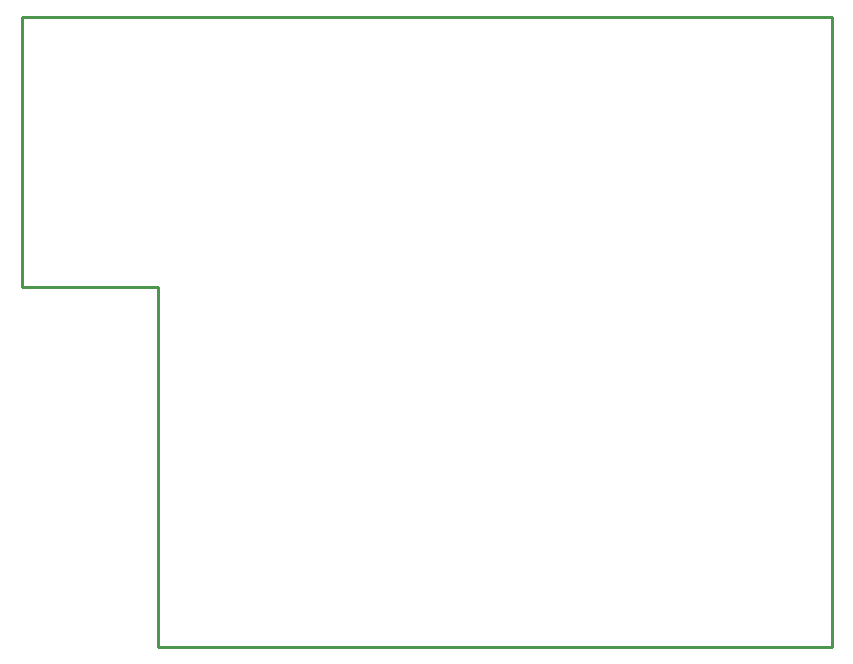
<source format=gbr>
G04 EAGLE Gerber RS-274X export*
G75*
%MOMM*%
%FSLAX34Y34*%
%LPD*%
%IN*%
%IPPOS*%
%AMOC8*
5,1,8,0,0,1.08239X$1,22.5*%
G01*
%ADD10C,0.254000*%


D10*
X546100Y304800D02*
X661162Y304800D01*
X661162Y0D01*
X1231900Y0D01*
X1231900Y533400D01*
X546100Y533400D01*
X546100Y304800D01*
M02*

</source>
